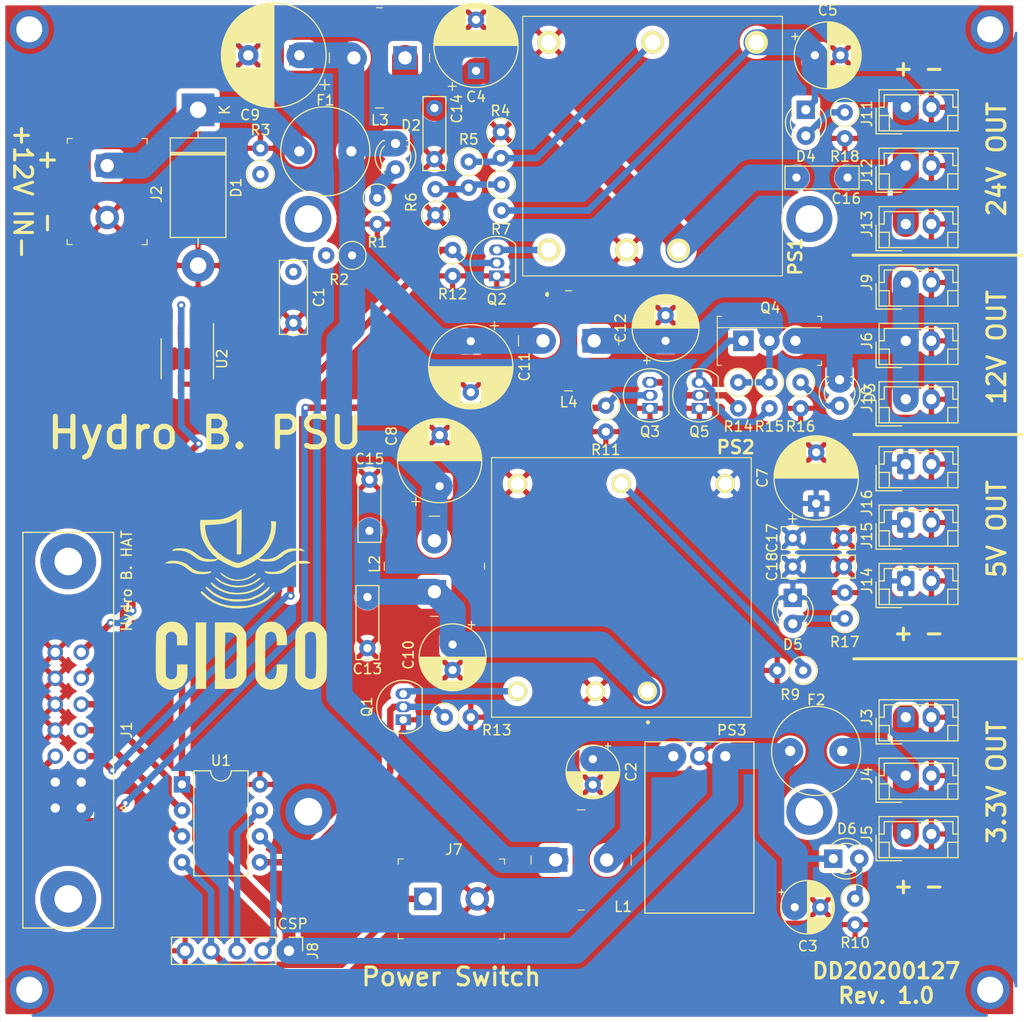
<source format=kicad_pcb>
(kicad_pcb (version 20171130) (host pcbnew "(5.1.5)-3")
  (layers (0 F.Cu signal) (31 B.Cu signal) (34 B.Paste user) (35 F.Paste user) (36 B.SilkS user) (37 F.SilkS user) (38 B.Mask user) (39 F.Mask user) (44 Edge.Cuts user))
  (net 0 "")
  (net 1 "Net-(D1-Pad1)")
  (net 2 GND)
  (net 3 read_sw)
  (net 4 "Net-(C12-Pad1)")
  (net 5 "Net-(Q4-Pad1)")
  (net 6 +12V)
  (net 7 12v_on)
  (net 8 24v_on)
  (net 9 "Net-(PS1-Pad1)")
  (net 10 5v_on)
  (net 11 "Net-(C10-Pad1)")
  (net 12 "Net-(C2-Pad1)")
  (net 13 +3V3)
  (net 14 "Net-(D2-Pad2)")
  (net 15 "Net-(D3-Pad2)")
  (net 16 "Net-(D4-Pad2)")
  (net 17 "Net-(D5-Pad2)")
  (net 18 "Net-(D6-Pad2)")
  (net 19 "Net-(R5-Pad2)")
  (net 20 "Net-(PS1-Pad5)")
  (net 21 SCK)
  (net 22 SDA)
  (net 23 rpi_shutdown)
  (net 24 ICSPCLK)
  (net 25 rpi_pw_ok)
  (net 26 ICSPDAT)
  (net 27 "Net-(C14-Pad1)")
  (net 28 24VOUT)
  (net 29 5VOUT)
  (net 30 12VOUT)
  (net 31 3.3VOUT)
  (net 32 "Net-(PS2-Pad6)")
  (net 33 "Net-(Q3-Pad3)")
  (net 34 "Net-(PS2-Pad4)")
  (module Package_SO:SOIC-8_3.9x4.9mm_P1.27mm (layer F.Cu) (at 38.3166 55.1068 270)
    (fp_text reference U2 (at 0 -3.4 270) (layer F.SilkS))
    (fp_text value MCP3426-xSN)
    (pad 8 smd roundrect (at 2.475 -1.905 270) (size 1.95 0.6) (layers F.Cu F.Paste F.Mask) (net 2 GND))
    (pad 7 smd roundrect (at 2.475 -0.635 270) (size 1.95 0.6) (layers F.Cu F.Paste F.Mask) (net 2 GND))
    (pad 6 smd roundrect (at 2.475 0.635 270) (size 1.95 0.6) (layers F.Cu F.Paste F.Mask) (net 2 GND))
    (pad 5 smd roundrect (at 2.475 1.905 270) (size 1.95 0.6) (layers F.Cu F.Paste F.Mask) (net 21 SCK))
    (pad 4 smd roundrect (at -2.475 1.905 270) (size 1.95 0.6) (layers F.Cu F.Paste F.Mask) (net 22 SDA))
    (pad 3 smd roundrect (at -2.475 0.635 270) (size 1.95 0.6) (layers F.Cu F.Paste F.Mask) (net 13 +3V3))
    (pad 2 smd roundrect (at -2.475 -0.635 270) (size 1.95 0.6) (layers F.Cu F.Paste F.Mask) (net 2 GND))
    (pad 1 smd roundrect (at -2.475 -1.905 270) (size 1.95 0.6) (layers F.Cu F.Paste F.Mask))
  )
  (module Connector_PinHeader_2.54mm:PinHeader_1x05_P2.54mm_Vertical (layer F.Cu) (at 48.26 113.03 270)
    (fp_text reference J8 (at 0 -2.33 90) (layer F.SilkS))
    (fp_text value Conn_01x05)
    (pad 5 thru_hole oval (at 0 10.16 270) (size 1.7 1.7) (drill 1) (layers *.Cu *.Mask) (net 2 GND))
    (pad 4 thru_hole oval (at 0 7.62 270) (size 1.7 1.7) (drill 1) (layers *.Cu *.Mask) (net 3 read_sw))
    (pad 3 thru_hole oval (at 0 5.08 270) (size 1.7 1.7) (drill 1) (layers *.Cu *.Mask) (net 26 ICSPDAT))
    (pad 2 thru_hole oval (at 0 2.54 270) (size 1.7 1.7) (drill 1) (layers *.Cu *.Mask) (net 24 ICSPCLK))
    (pad 1 thru_hole rect (at 0 0 270) (size 1.7 1.7) (drill 1) (layers *.Cu *.Mask) (net 13 +3V3))
  )
  (module Resistor_THT:R_Axial_DIN0207_L6.3mm_D2.5mm_P2.54mm_Vertical (layer F.Cu) (at 68.9864 32.9184 270)
    (fp_text reference R4 (at -2.0828 0.0508 180) (layer F.SilkS))
    (fp_text value XX)
    (pad 2 thru_hole oval (at 2.54 0 270) (size 1.6 1.6) (drill 0.8) (layers *.Cu *.Mask) (net 20 "Net-(PS1-Pad5)"))
    (pad 1 thru_hole circle (at 0 0 270) (size 1.6 1.6) (drill 0.8) (layers *.Cu *.Mask) (net 2 GND))
  )
  (module SKMW30G-12:SKMW30G12 (layer F.Cu) (at 83.312 87.63)
    (fp_text reference PS2 (at 8.636 -23.876) (layer F.SilkS) (effects (font (size 1.27 1.27) (thickness 0.254))))
    (fp_text value SKMW30F-05 hide)
    (pad 6 thru_hole circle (at -12.7 0 90) (size 1.9 1.9) (drill 1.3) (layers *.Cu *.Mask F.SilkS) (net 32 "Net-(PS2-Pad6)"))
    (pad 5 thru_hole circle (at -12.7 -20.32 90) (size 1.9 1.9) (drill 1.3) (layers *.Cu *.Mask F.SilkS) (net 2 GND))
    (pad 4 thru_hole circle (at -2.54 -20.32 90) (size 1.9 1.9) (drill 1.3) (layers *.Cu *.Mask F.SilkS) (net 34 "Net-(PS2-Pad4)"))
    (pad 3 thru_hole circle (at 7.62 -20.32 90) (size 1.9 1.9) (drill 1.3) (layers *.Cu *.Mask F.SilkS) (net 29 5VOUT))
    (pad 2 thru_hole circle (at -5.08 0 90) (size 1.9 1.9) (drill 1.3) (layers *.Cu *.Mask F.SilkS) (net 2 GND))
    (pad 1 thru_hole circle (at 0 0 90) (size 1.9 1.9) (drill 1.3) (layers *.Cu *.Mask F.SilkS) (net 11 "Net-(C10-Pad1)"))
  )
  (module Resistor_THT:R_Axial_DIN0207_L6.3mm_D2.5mm_P2.54mm_Vertical (layer F.Cu) (at 102.616 30.988 270)
    (fp_text reference R18 (at 4.318 0 180) (layer F.SilkS))
    (fp_text value 3.9k)
    (pad 2 thru_hole oval (at 2.54 0 270) (size 1.6 1.6) (drill 0.8) (layers *.Cu *.Mask) (net 2 GND))
    (pad 1 thru_hole circle (at 0 0 270) (size 1.6 1.6) (drill 0.8) (layers *.Cu *.Mask) (net 16 "Net-(D4-Pad2)"))
  )
  (module Resistor_THT:R_Axial_DIN0207_L6.3mm_D2.5mm_P2.54mm_Vertical (layer F.Cu) (at 102.616 80.518 90)
    (fp_text reference R17 (at -2.286 0 180) (layer F.SilkS))
    (fp_text value 560)
    (pad 2 thru_hole oval (at 2.54 0 90) (size 1.6 1.6) (drill 0.8) (layers *.Cu *.Mask) (net 2 GND))
    (pad 1 thru_hole circle (at 0 0 90) (size 1.6 1.6) (drill 0.8) (layers *.Cu *.Mask) (net 17 "Net-(D5-Pad2)"))
  )
  (module Resistor_THT:R_Axial_DIN0207_L6.3mm_D2.5mm_P2.54mm_Vertical (layer F.Cu) (at 98.298 57.404 270)
    (fp_text reference R16 (at 4.318 0 180) (layer F.SilkS))
    (fp_text value 2k)
    (pad 2 thru_hole oval (at 2.54 0 270) (size 1.6 1.6) (drill 0.8) (layers *.Cu *.Mask) (net 2 GND))
    (pad 1 thru_hole circle (at 0 0 270) (size 1.6 1.6) (drill 0.8) (layers *.Cu *.Mask) (net 15 "Net-(D3-Pad2)"))
  )
  (module Resistor_THT:R_Axial_DIN0207_L6.3mm_D2.5mm_P2.54mm_Vertical (layer F.Cu) (at 95.25 57.404 270)
    (fp_text reference R15 (at 4.318 0 180) (layer F.SilkS))
    (fp_text value 10k)
    (pad 2 thru_hole oval (at 2.54 0 270) (size 1.6 1.6) (drill 0.8) (layers *.Cu *.Mask) (net 5 "Net-(Q4-Pad1)"))
    (pad 1 thru_hole circle (at 0 0 270) (size 1.6 1.6) (drill 0.8) (layers *.Cu *.Mask) (net 4 "Net-(C12-Pad1)"))
  )
  (module Resistor_THT:R_Axial_DIN0207_L6.3mm_D2.5mm_P2.54mm_Vertical (layer F.Cu) (at 92.202 57.404 270)
    (fp_text reference R14 (at 4.318 0 180) (layer F.SilkS))
    (fp_text value 10k)
    (pad 2 thru_hole oval (at 2.54 0 270) (size 1.6 1.6) (drill 0.8) (layers *.Cu *.Mask) (net 33 "Net-(Q3-Pad3)"))
    (pad 1 thru_hole circle (at 0 0 270) (size 1.6 1.6) (drill 0.8) (layers *.Cu *.Mask) (net 4 "Net-(C12-Pad1)"))
  )
  (module Resistor_THT:R_Axial_DIN0207_L6.3mm_D2.5mm_P2.54mm_Vertical (layer F.Cu) (at 63.5 90.17)
    (fp_text reference R13 (at 5.08 1.27) (layer F.SilkS))
    (fp_text value 1k)
    (pad 2 thru_hole oval (at 2.54 0) (size 1.6 1.6) (drill 0.8) (layers *.Cu *.Mask) (net 2 GND))
    (pad 1 thru_hole circle (at 0 0) (size 1.6 1.6) (drill 0.8) (layers *.Cu *.Mask) (net 10 5v_on))
  )
  (module Resistor_THT:R_Axial_DIN0207_L6.3mm_D2.5mm_P2.54mm_Vertical (layer F.Cu) (at 64.262 44.45 270)
    (fp_text reference R12 (at 4.318 0 180) (layer F.SilkS))
    (fp_text value 1k)
    (pad 2 thru_hole oval (at 2.54 0 270) (size 1.6 1.6) (drill 0.8) (layers *.Cu *.Mask) (net 2 GND))
    (pad 1 thru_hole circle (at 0 0 270) (size 1.6 1.6) (drill 0.8) (layers *.Cu *.Mask) (net 8 24v_on))
  )
  (module Resistor_THT:R_Axial_DIN0207_L6.3mm_D2.5mm_P2.54mm_Vertical (layer F.Cu) (at 79.248 59.69 270)
    (fp_text reference R11 (at 4.318 0 180) (layer F.SilkS))
    (fp_text value 1k)
    (pad 2 thru_hole oval (at 2.54 0 270) (size 1.6 1.6) (drill 0.8) (layers *.Cu *.Mask) (net 2 GND))
    (pad 1 thru_hole circle (at 0 0 270) (size 1.6 1.6) (drill 0.8) (layers *.Cu *.Mask) (net 7 12v_on))
  )
  (module Resistor_THT:R_Axial_DIN0207_L6.3mm_D2.5mm_P2.54mm_Vertical (layer F.Cu) (at 103.632 107.9246 270)
    (fp_text reference R10 (at 4.318 0 180) (layer F.SilkS))
    (fp_text value 220)
    (pad 2 thru_hole oval (at 2.54 0 270) (size 1.6 1.6) (drill 0.8) (layers *.Cu *.Mask) (net 2 GND))
    (pad 1 thru_hole circle (at 0 0 270) (size 1.6 1.6) (drill 0.8) (layers *.Cu *.Mask) (net 18 "Net-(D6-Pad2)"))
  )
  (module Resistor_THT:R_Axial_DIN0207_L6.3mm_D2.5mm_P2.54mm_Vertical (layer F.Cu) (at 98.552 85.598 180)
    (fp_text reference R9 (at 1.27 -2.37) (layer F.SilkS))
    (fp_text value xx)
    (pad 2 thru_hole oval (at 2.54 0 180) (size 1.6 1.6) (drill 0.8) (layers *.Cu *.Mask) (net 2 GND))
    (pad 1 thru_hole circle (at 0 0 180) (size 1.6 1.6) (drill 0.8) (layers *.Cu *.Mask) (net 34 "Net-(PS2-Pad4)"))
  )
  (module Resistor_THT:R_Axial_DIN0207_L6.3mm_D2.5mm_P2.54mm_Vertical (layer F.Cu) (at 69.0372 38.0492 270)
    (fp_text reference R7 (at 4.3688 0.0508 180) (layer F.SilkS))
    (fp_text value 24.872K)
    (pad 2 thru_hole oval (at 2.54 0 270) (size 1.6 1.6) (drill 0.8) (layers *.Cu *.Mask) (net 28 24VOUT))
    (pad 1 thru_hole circle (at 0 0 270) (size 1.6 1.6) (drill 0.8) (layers *.Cu *.Mask) (net 19 "Net-(R5-Pad2)"))
  )
  (module Resistor_THT:R_Axial_DIN0207_L6.3mm_D2.5mm_P2.54mm_Vertical (layer F.Cu) (at 62.5856 41.0464 90)
    (fp_text reference R6 (at 1.27 -2.37 90) (layer F.SilkS))
    (fp_text value 2.87K)
    (pad 2 thru_hole oval (at 2.54 0 90) (size 1.6 1.6) (drill 0.8) (layers *.Cu *.Mask) (net 19 "Net-(R5-Pad2)"))
    (pad 1 thru_hole circle (at 0 0 90) (size 1.6 1.6) (drill 0.8) (layers *.Cu *.Mask) (net 2 GND))
  )
  (module Resistor_THT:R_Axial_DIN0207_L6.3mm_D2.5mm_P2.54mm_Vertical (layer F.Cu) (at 65.8368 35.814 270)
    (fp_text reference R5 (at -2.1844 0 180) (layer F.SilkS))
    (fp_text value 20K)
    (pad 2 thru_hole oval (at 2.54 0 270) (size 1.6 1.6) (drill 0.8) (layers *.Cu *.Mask) (net 19 "Net-(R5-Pad2)"))
    (pad 1 thru_hole circle (at 0 0 270) (size 1.6 1.6) (drill 0.8) (layers *.Cu *.Mask) (net 20 "Net-(PS1-Pad5)"))
  )
  (module Resistor_THT:R_Axial_DIN0207_L6.3mm_D2.5mm_P2.54mm_Vertical (layer F.Cu) (at 45.466 37.0332 90)
    (fp_text reference R3 (at 4.318 0 180) (layer F.SilkS))
    (fp_text value "1.27k 0.1%")
    (pad 2 thru_hole oval (at 2.54 0 90) (size 1.6 1.6) (drill 0.8) (layers *.Cu *.Mask) (net 2 GND))
    (pad 1 thru_hole circle (at 0 0 90) (size 1.6 1.6) (drill 0.8) (layers *.Cu *.Mask))
  )
  (module Resistor_THT:R_Axial_DIN0207_L6.3mm_D2.5mm_P2.54mm_Vertical (layer F.Cu) (at 54.4322 44.9834 180)
    (fp_text reference R2 (at 1.27 -2.37) (layer F.SilkS))
    (fp_text value "7.87k 0.1%")
    (pad 2 thru_hole oval (at 2.54 0 180) (size 1.6 1.6) (drill 0.8) (layers *.Cu *.Mask))
    (pad 1 thru_hole circle (at 0 0 180) (size 1.6 1.6) (drill 0.8) (layers *.Cu *.Mask) (net 6 +12V))
  )
  (module Resistor_THT:R_Axial_DIN0207_L6.3mm_D2.5mm_P2.54mm_Vertical (layer F.Cu) (at 56.896 39.37 270)
    (fp_text reference R1 (at 4.318 0 180) (layer F.SilkS))
    (fp_text value 10k)
    (pad 2 thru_hole oval (at 2.54 0 270) (size 1.6 1.6) (drill 0.8) (layers *.Cu *.Mask) (net 2 GND))
    (pad 1 thru_hole circle (at 0 0 270) (size 1.6 1.6) (drill 0.8) (layers *.Cu *.Mask) (net 14 "Net-(D2-Pad2)"))
  )
  (module Package_TO_SOT_THT:TO-92_Inline (layer F.Cu) (at 88.392 59.944 90)
    (fp_text reference Q5 (at -2.286 0 180) (layer F.SilkS))
    (fp_text value 2N7000)
    (pad 1 thru_hole rect (at 0 0 90) (size 1.05 1.5) (drill 0.75) (layers *.Cu *.Mask) (net 2 GND))
    (pad 3 thru_hole oval (at 2.54 0 90) (size 1.05 1.5) (drill 0.75) (layers *.Cu *.Mask) (net 5 "Net-(Q4-Pad1)"))
    (pad 2 thru_hole oval (at 1.27 0 90) (size 1.05 1.5) (drill 0.75) (layers *.Cu *.Mask) (net 33 "Net-(Q3-Pad3)"))
  )
  (module Package_TO_SOT_THT:TO-92_Inline (layer F.Cu) (at 83.566 59.944 90)
    (fp_text reference Q3 (at -2.286 0 180) (layer F.SilkS))
    (fp_text value 2N7000)
    (pad 1 thru_hole rect (at 0 0 90) (size 1.05 1.5) (drill 0.75) (layers *.Cu *.Mask) (net 2 GND))
    (pad 3 thru_hole oval (at 2.54 0 90) (size 1.05 1.5) (drill 0.75) (layers *.Cu *.Mask) (net 33 "Net-(Q3-Pad3)"))
    (pad 2 thru_hole oval (at 1.27 0 90) (size 1.05 1.5) (drill 0.75) (layers *.Cu *.Mask) (net 7 12v_on))
  )
  (module Package_TO_SOT_THT:TO-92_Inline (layer F.Cu) (at 68.58 46.99 90)
    (fp_text reference Q2 (at -2.286 0 180) (layer F.SilkS))
    (fp_text value 2N7000)
    (pad 1 thru_hole rect (at 0 0 90) (size 1.05 1.5) (drill 0.75) (layers *.Cu *.Mask) (net 2 GND))
    (pad 3 thru_hole oval (at 2.54 0 90) (size 1.05 1.5) (drill 0.75) (layers *.Cu *.Mask) (net 9 "Net-(PS1-Pad1)"))
    (pad 2 thru_hole oval (at 1.27 0 90) (size 1.05 1.5) (drill 0.75) (layers *.Cu *.Mask) (net 8 24v_on))
  )
  (module Package_TO_SOT_THT:TO-92_Inline (layer F.Cu) (at 59.436 90.424 90)
    (fp_text reference Q1 (at 1.27 -3.56 90) (layer F.SilkS))
    (fp_text value 2N7000)
    (pad 1 thru_hole rect (at 0 0 90) (size 1.05 1.5) (drill 0.75) (layers *.Cu *.Mask) (net 2 GND))
    (pad 3 thru_hole oval (at 2.54 0 90) (size 1.05 1.5) (drill 0.75) (layers *.Cu *.Mask) (net 32 "Net-(PS2-Pad6)"))
    (pad 2 thru_hole oval (at 1.27 0 90) (size 1.05 1.5) (drill 0.75) (layers *.Cu *.Mask) (net 10 5v_on))
  )
  (module Fuse:Fuse_Littelfuse_372_D8.50mm (layer F.Cu) (at 97.282 93.472)
    (fp_text reference F2 (at 2.54 -5) (layer F.SilkS))
    (fp_text value 3413_0328_22)
    (pad 2 thru_hole circle (at 5.08 0) (size 2 2) (drill 1) (layers *.Cu *.Mask) (net 31 3.3VOUT))
    (pad 1 thru_hole circle (at 0 0) (size 2 2) (drill 1) (layers *.Cu *.Mask) (net 13 +3V3))
  )
  (module Fuse:Fuse_Littelfuse_372_D8.50mm (layer F.Cu) (at 49.276 34.798)
    (fp_text reference F1 (at 2.54 -5) (layer F.SilkS))
    (fp_text value 3413_0328_22)
    (pad 2 thru_hole circle (at 5.08 0) (size 2 2) (drill 1) (layers *.Cu *.Mask) (net 6 +12V))
    (pad 1 thru_hole circle (at 0 0) (size 2 2) (drill 1) (layers *.Cu *.Mask) (net 1 "Net-(D1-Pad1)"))
  )
  (module LED_THT:LED_D3.0mm_Clear (layer F.Cu) (at 101.4984 104.013)
    (fp_text reference D6 (at 1.3208 -2.921) (layer F.SilkS))
    (fp_text value LTST-C171KRKT)
    (pad 2 thru_hole circle (at 2.54 0) (size 1.8 1.8) (drill 0.9) (layers *.Cu *.Mask) (net 18 "Net-(D6-Pad2)"))
    (pad 1 thru_hole rect (at 0 0) (size 1.8 1.8) (drill 0.9) (layers *.Cu *.Mask) (net 13 +3V3))
  )
  (module LED_THT:LED_D3.0mm_Clear (layer F.Cu) (at 97.536 78.486 270)
    (fp_text reference D5 (at 4.572 0 180) (layer F.SilkS))
    (fp_text value LTST-C171KRKT)
    (pad 2 thru_hole circle (at 2.54 0 270) (size 1.8 1.8) (drill 0.9) (layers *.Cu *.Mask) (net 17 "Net-(D5-Pad2)"))
    (pad 1 thru_hole rect (at 0 0 270) (size 1.8 1.8) (drill 0.9) (layers *.Cu *.Mask) (net 29 5VOUT))
  )
  (module LED_THT:LED_D3.0mm_Clear (layer F.Cu) (at 98.806 30.734 270)
    (fp_text reference D4 (at 4.572 0 180) (layer F.SilkS))
    (fp_text value LTST-C171KRKT)
    (pad 2 thru_hole circle (at 2.54 0 270) (size 1.8 1.8) (drill 0.9) (layers *.Cu *.Mask) (net 16 "Net-(D4-Pad2)"))
    (pad 1 thru_hole rect (at 0 0 270) (size 1.8 1.8) (drill 0.9) (layers *.Cu *.Mask) (net 28 24VOUT))
  )
  (module LED_THT:LED_D3.0mm_Clear (layer F.Cu) (at 102.108 57.15 270)
    (fp_text reference D3 (at 1.27 -2.96 90) (layer F.SilkS))
    (fp_text value LTST-C171KRKT)
    (pad 2 thru_hole circle (at 2.54 0 270) (size 1.8 1.8) (drill 0.9) (layers *.Cu *.Mask) (net 15 "Net-(D3-Pad2)"))
    (pad 1 thru_hole rect (at 0 0 270) (size 1.8 1.8) (drill 0.9) (layers *.Cu *.Mask) (net 30 12VOUT))
  )
  (module LED_THT:LED_D3.0mm_Clear (layer F.Cu) (at 58.674 34.036 270)
    (fp_text reference D2 (at -1.778 -1.524 180) (layer F.SilkS))
    (fp_text value LTST-C171KRKT)
    (pad 2 thru_hole circle (at 2.54 0 270) (size 1.8 1.8) (drill 0.9) (layers *.Cu *.Mask) (net 14 "Net-(D2-Pad2)"))
    (pad 1 thru_hole rect (at 0 0 270) (size 1.8 1.8) (drill 0.9) (layers *.Cu *.Mask) (net 6 +12V))
  )
  (module Capacitor_THT:C_Rect_L7.0mm_W2.0mm_P5.00mm (layer F.Cu) (at 97.536 75.438)
    (fp_text reference C18 (at -2.032 0 90) (layer F.SilkS))
    (fp_text value 0.1UF)
    (pad 2 thru_hole circle (at 5 0) (size 1.6 1.6) (drill 0.8) (layers *.Cu *.Mask) (net 2 GND))
    (pad 1 thru_hole circle (at 0 0) (size 1.6 1.6) (drill 0.8) (layers *.Cu *.Mask) (net 29 5VOUT))
  )
  (module Capacitor_THT:C_Rect_L7.0mm_W2.0mm_P5.00mm (layer F.Cu) (at 97.536 72.644)
    (fp_text reference C17 (at -2.032 0 90) (layer F.SilkS))
    (fp_text value 10UF)
    (pad 2 thru_hole circle (at 5 0) (size 1.6 1.6) (drill 0.8) (layers *.Cu *.Mask) (net 2 GND))
    (pad 1 thru_hole circle (at 0 0) (size 1.6 1.6) (drill 0.8) (layers *.Cu *.Mask) (net 29 5VOUT))
  )
  (module Capacitor_THT:C_Rect_L7.0mm_W2.0mm_P5.00mm (layer F.Cu) (at 97.8916 37.3634)
    (fp_text reference C16 (at 4.8768 2.0574) (layer F.SilkS))
    (fp_text value "1NF 2KV")
    (pad 2 thru_hole circle (at 5 0) (size 1.6 1.6) (drill 0.8) (layers *.Cu *.Mask) (net 28 24VOUT))
    (pad 1 thru_hole circle (at 0 0) (size 1.6 1.6) (drill 0.8) (layers *.Cu *.Mask) (net 27 "Net-(C14-Pad1)"))
  )
  (module Capacitor_THT:C_Rect_L7.0mm_W2.0mm_P5.00mm (layer F.Cu) (at 56.134 71.9328 90)
    (fp_text reference C15 (at 7.032 0 180) (layer F.SilkS))
    (fp_text value 0.1UF)
    (pad 2 thru_hole circle (at 5 0 90) (size 1.6 1.6) (drill 0.8) (layers *.Cu *.Mask) (net 2 GND))
    (pad 1 thru_hole circle (at 0 0 90) (size 1.6 1.6) (drill 0.8) (layers *.Cu *.Mask) (net 11 "Net-(C10-Pad1)"))
  )
  (module Capacitor_THT:C_Rect_L7.0mm_W2.0mm_P5.00mm (layer F.Cu) (at 62.484 30.56 270)
    (fp_text reference C14 (at 0.0724 -2.1844 90) (layer F.SilkS))
    (fp_text value "4.7UF 50V")
    (pad 2 thru_hole circle (at 5 0 270) (size 1.6 1.6) (drill 0.8) (layers *.Cu *.Mask) (net 2 GND))
    (pad 1 thru_hole circle (at 0 0 270) (size 1.6 1.6) (drill 0.8) (layers *.Cu *.Mask) (net 27 "Net-(C14-Pad1)"))
  )
  (module Capacitor_THT:C_Rect_L7.0mm_W2.0mm_P5.00mm (layer F.Cu) (at 55.9308 78.4136 270)
    (fp_text reference C13 (at 7.032 0 180) (layer F.SilkS))
    (fp_text value 10UF)
    (pad 2 thru_hole circle (at 5 0 270) (size 1.6 1.6) (drill 0.8) (layers *.Cu *.Mask) (net 2 GND))
    (pad 1 thru_hole circle (at 0 0 270) (size 1.6 1.6) (drill 0.8) (layers *.Cu *.Mask) (net 11 "Net-(C10-Pad1)"))
  )
  (module Capacitor_THT:C_Rect_L7.0mm_W2.5mm_P5.00mm (layer F.Cu) (at 48.6918 46.5874 270)
    (fp_text reference C1 (at 2.5 -2.5 90) (layer F.SilkS))
    (fp_text value 0.1u)
    (pad 2 thru_hole circle (at 5 0 270) (size 1.6 1.6) (drill 0.8) (layers *.Cu *.Mask) (net 2 GND))
    (pad 1 thru_hole circle (at 0 0 270) (size 1.6 1.6) (drill 0.8) (layers *.Cu *.Mask))
  )
  (module "cidco:logo cidco" (layer F.Cu) (at 43.815 78.3082)
    (fp_text reference G*** hide)
    (fp_text value LOGO hide)
  )
  (module Connector_JST:JST_EH_B2B-EH-A_1x02_P2.50mm_Vertical (layer F.Cu) (at 108.585 65.405)
    (fp_text reference J16 (at -3.81 3.81 90) (layer F.SilkS))
    (fp_text value Conn_01x02)
    (pad 2 thru_hole oval (at 2.5 0) (size 1.7 2) (drill 1) (layers *.Cu *.Mask) (net 2 GND))
    (pad 1 thru_hole roundrect (at 0 0) (size 1.7 2) (drill 1) (layers *.Cu *.Mask) (roundrect_rratio 0.147059) (net 29 5VOUT))
  )
  (module Connector_JST:JST_EH_B2B-EH-A_1x02_P2.50mm_Vertical (layer F.Cu) (at 108.585 71.12)
    (fp_text reference J15 (at -3.81 1.27 90) (layer F.SilkS))
    (fp_text value Conn_01x02)
    (pad 2 thru_hole oval (at 2.5 0) (size 1.7 2) (drill 1) (layers *.Cu *.Mask) (net 2 GND))
    (pad 1 thru_hole roundrect (at 0 0) (size 1.7 2) (drill 1) (layers *.Cu *.Mask) (roundrect_rratio 0.147059) (net 29 5VOUT))
  )
  (module Connector_JST:JST_EH_B2B-EH-A_1x02_P2.50mm_Vertical (layer F.Cu) (at 108.585 76.835)
    (fp_text reference J14 (at -3.81 0 90) (layer F.SilkS))
    (fp_text value Conn_01x02)
    (pad 2 thru_hole oval (at 2.5 0) (size 1.7 2) (drill 1) (layers *.Cu *.Mask) (net 2 GND))
    (pad 1 thru_hole roundrect (at 0 0) (size 1.7 2) (drill 1) (layers *.Cu *.Mask) (roundrect_rratio 0.147059) (net 29 5VOUT))
  )
  (module Connector_JST:JST_EH_B2B-EH-A_1x02_P2.50mm_Vertical (layer F.Cu) (at 108.585 41.91)
    (fp_text reference J13 (at -3.81 0 90) (layer F.SilkS))
    (fp_text value Conn_01x02)
    (pad 2 thru_hole oval (at 2.5 0) (size 1.7 2) (drill 1) (layers *.Cu *.Mask) (net 2 GND))
    (pad 1 thru_hole roundrect (at 0 0) (size 1.7 2) (drill 1) (layers *.Cu *.Mask) (roundrect_rratio 0.147059) (net 28 24VOUT))
  )
  (module Connector_JST:JST_EH_B2B-EH-A_1x02_P2.50mm_Vertical (layer F.Cu) (at 108.585 36.195)
    (fp_text reference J12 (at -3.81 0.635 90) (layer F.SilkS))
    (fp_text value Conn_01x02)
    (pad 2 thru_hole oval (at 2.5 0) (size 1.7 2) (drill 1) (layers *.Cu *.Mask) (net 2 GND))
    (pad 1 thru_hole roundrect (at 0 0) (size 1.7 2) (drill 1) (layers *.Cu *.Mask) (roundrect_rratio 0.147059) (net 28 24VOUT))
  )
  (module Connector_JST:JST_EH_B2B-EH-A_1x02_P2.50mm_Vertical (layer F.Cu) (at 108.585 30.48)
    (fp_text reference J11 (at -3.81 0.635 90) (layer F.SilkS))
    (fp_text value Conn_01x02)
    (pad 2 thru_hole oval (at 2.5 0) (size 1.7 2) (drill 1) (layers *.Cu *.Mask) (net 2 GND))
    (pad 1 thru_hole roundrect (at 0 0) (size 1.7 2) (drill 1) (layers *.Cu *.Mask) (roundrect_rratio 0.147059) (net 28 24VOUT))
  )
  (module Connector_JST:JST_EH_B2B-EH-A_1x02_P2.50mm_Vertical (layer F.Cu) (at 108.585 59.055)
    (fp_text reference J10 (at -3.81 0 90) (layer F.SilkS))
    (fp_text value Conn_01x02)
    (pad 2 thru_hole oval (at 2.5 0) (size 1.7 2) (drill 1) (layers *.Cu *.Mask) (net 2 GND))
    (pad 1 thru_hole roundrect (at 0 0) (size 1.7 2) (drill 1) (layers *.Cu *.Mask) (roundrect_rratio 0.147059) (net 30 12VOUT))
  )
  (module Connector_JST:JST_EH_B2B-EH-A_1x02_P2.50mm_Vertical (layer F.Cu) (at 108.585 47.625)
    (fp_text reference J9 (at -3.81 0 90) (layer F.SilkS))
    (fp_text value Conn_01x02)
    (pad 2 thru_hole oval (at 2.5 0) (size 1.7 2) (drill 1) (layers *.Cu *.Mask) (net 2 GND))
    (pad 1 thru_hole roundrect (at 0 0) (size 1.7 2) (drill 1) (layers *.Cu *.Mask) (roundrect_rratio 0.147059) (net 30 12VOUT))
  )
  (module Connector_JST:JST_EH_B2B-EH-A_1x02_P2.50mm_Vertical (layer F.Cu) (at 108.585 53.34)
    (fp_text reference J6 (at -3.81 0 90) (layer F.SilkS))
    (fp_text value Conn_01x02)
    (pad 2 thru_hole oval (at 2.5 0) (size 1.7 2) (drill 1) (layers *.Cu *.Mask) (net 2 GND))
    (pad 1 thru_hole roundrect (at 0 0) (size 1.7 2) (drill 1) (layers *.Cu *.Mask) (roundrect_rratio 0.147059) (net 30 12VOUT))
  )
  (module Connector_JST:JST_EH_B2B-EH-A_1x02_P2.50mm_Vertical (layer F.Cu) (at 108.585 101.6)
    (fp_text reference J5 (at -3.81 0 90) (layer F.SilkS))
    (fp_text value Conn_01x02)
    (pad 2 thru_hole oval (at 2.5 0) (size 1.7 2) (drill 1) (layers *.Cu *.Mask) (net 2 GND))
    (pad 1 thru_hole roundrect (at 0 0) (size 1.7 2) (drill 1) (layers *.Cu *.Mask) (roundrect_rratio 0.147059) (net 31 3.3VOUT))
  )
  (module Connector_JST:JST_EH_B2B-EH-A_1x02_P2.50mm_Vertical (layer F.Cu) (at 108.585 95.885)
    (fp_text reference J4 (at -3.81 0 90) (layer F.SilkS))
    (fp_text value Conn_01x02)
    (pad 2 thru_hole oval (at 2.5 0) (size 1.7 2) (drill 1) (layers *.Cu *.Mask) (net 2 GND))
    (pad 1 thru_hole roundrect (at 0 0) (size 1.7 2) (drill 1) (layers *.Cu *.Mask) (roundrect_rratio 0.147059) (net 31 3.3VOUT))
  )
  (module Connector_JST:JST_EH_B2B-EH-A_1x02_P2.50mm_Vertical (layer F.Cu) (at 108.585 90.17)
    (fp_text reference J3 (at -3.81 0 90) (layer F.SilkS))
    (fp_text value Conn_01x02)
    (pad 2 thru_hole oval (at 2.5 0) (size 1.7 2) (drill 1) (layers *.Cu *.Mask) (net 2 GND))
    (pad 1 thru_hole roundrect (at 0 0) (size 1.7 2) (drill 1) (layers *.Cu *.Mask) (roundrect_rratio 0.147059) (net 31 3.3VOUT))
  )
  (module Capacitor_THT:CP_Radial_D6.3mm_P2.50mm (layer F.Cu) (at 85.09 53.34 90)
    (fp_text reference C12 (at 1.25 -4.4 90) (layer F.SilkS))
    (fp_text value "47UF 50V")
    (pad 2 thru_hole circle (at 2.5 0 90) (size 1.6 1.6) (drill 0.8) (layers *.Cu *.Mask) (net 2 GND))
    (pad 1 thru_hole rect (at 0 0 90) (size 1.6 1.6) (drill 0.8) (layers *.Cu *.Mask) (net 4 "Net-(C12-Pad1)"))
  )
  (module Capacitor_THT:CP_Radial_D8.0mm_P5.00mm (layer F.Cu) (at 66.04 53.38 270)
    (fp_text reference C11 (at 2.5 -5.25 90) (layer F.SilkS))
    (fp_text value "100UF 50V")
    (pad 2 thru_hole circle (at 5 0 270) (size 1.6 1.6) (drill 0.8) (layers *.Cu *.Mask) (net 2 GND))
    (pad 1 thru_hole rect (at 0 0 270) (size 1.6 1.6) (drill 0.8) (layers *.Cu *.Mask) (net 6 +12V))
  )
  (module Capacitor_THT:CP_Radial_D6.3mm_P2.50mm (layer F.Cu) (at 64.262 83.058 270)
    (fp_text reference C10 (at 1.016 4.318 90) (layer F.SilkS))
    (fp_text value "47UF 35V")
    (pad 2 thru_hole circle (at 2.5 0 270) (size 1.6 1.6) (drill 0.8) (layers *.Cu *.Mask) (net 2 GND))
    (pad 1 thru_hole rect (at 0 0 270) (size 1.6 1.6) (drill 0.8) (layers *.Cu *.Mask) (net 11 "Net-(C10-Pad1)"))
  )
  (module Capacitor_THT:CP_Radial_D10.0mm_P5.00mm (layer F.Cu) (at 49.276 25.4 180)
    (fp_text reference C9 (at 4.826 -5.842) (layer F.SilkS))
    (fp_text value "330UF 50V")
    (pad 2 thru_hole circle (at 5 0 180) (size 2 2) (drill 1) (layers *.Cu *.Mask) (net 2 GND))
    (pad 1 thru_hole rect (at 0 0 180) (size 2 2) (drill 1) (layers *.Cu *.Mask) (net 6 +12V))
  )
  (module Capacitor_THT:CP_Radial_D8.0mm_P5.00mm (layer F.Cu) (at 62.992 67.564 90)
    (fp_text reference C8 (at 4.9022 -4.699 90) (layer F.SilkS))
    (fp_text value "100UF 35V")
    (pad 2 thru_hole circle (at 5 0 90) (size 1.6 1.6) (drill 0.8) (layers *.Cu *.Mask) (net 2 GND))
    (pad 1 thru_hole rect (at 0 0 90) (size 1.6 1.6) (drill 0.8) (layers *.Cu *.Mask) (net 6 +12V))
  )
  (module Capacitor_THT:CP_Radial_D8.0mm_P5.00mm (layer F.Cu) (at 99.822 69.262 90)
    (fp_text reference C7 (at 2.5 -5.25 90) (layer F.SilkS))
    (fp_text value "330uf 16v")
    (pad 2 thru_hole circle (at 5 0 90) (size 1.6 1.6) (drill 0.8) (layers *.Cu *.Mask) (net 2 GND))
    (pad 1 thru_hole rect (at 0 0 90) (size 1.6 1.6) (drill 0.8) (layers *.Cu *.Mask) (net 29 5VOUT))
  )
  (module Capacitor_THT:CP_Radial_D6.3mm_P2.50mm (layer F.Cu) (at 99.695 25.4)
    (fp_text reference C5 (at 1.25 -4.4) (layer F.SilkS))
    (fp_text value "47UF 50V")
    (pad 2 thru_hole circle (at 2.5 0) (size 1.6 1.6) (drill 0.8) (layers *.Cu *.Mask) (net 2 GND))
    (pad 1 thru_hole rect (at 0 0) (size 1.6 1.6) (drill 0.8) (layers *.Cu *.Mask) (net 28 24VOUT))
  )
  (module Capacitor_THT:CP_Radial_D8.0mm_P5.00mm (layer F.Cu) (at 66.548 26.924 90)
    (fp_text reference C4 (at -2.54 0 180) (layer F.SilkS))
    (fp_text value "100UF 50V")
    (pad 2 thru_hole circle (at 5 0 90) (size 1.6 1.6) (drill 0.8) (layers *.Cu *.Mask) (net 2 GND))
    (pad 1 thru_hole rect (at 0 0 90) (size 1.6 1.6) (drill 0.8) (layers *.Cu *.Mask) (net 27 "Net-(C14-Pad1)"))
  )
  (module Capacitor_THT:CP_Radial_D5.0mm_P2.50mm (layer F.Cu) (at 97.7284 108.7628)
    (fp_text reference C3 (at 1.27 3.81) (layer F.SilkS))
    (fp_text value "10u 10v")
    (pad 2 thru_hole circle (at 2.5 0) (size 1.6 1.6) (drill 0.8) (layers *.Cu *.Mask) (net 2 GND))
    (pad 1 thru_hole rect (at 0 0) (size 1.6 1.6) (drill 0.8) (layers *.Cu *.Mask) (net 13 +3V3))
  )
  (module Capacitor_THT:CP_Radial_D5.0mm_P2.50mm (layer F.Cu) (at 77.978 94.274 270)
    (fp_text reference C2 (at 1.25 -3.75 90) (layer F.SilkS))
    (fp_text value "10u 35v")
    (pad 2 thru_hole circle (at 2.5 0 270) (size 1.6 1.6) (drill 0.8) (layers *.Cu *.Mask) (net 2 GND))
    (pad 1 thru_hole rect (at 0 0 270) (size 1.6 1.6) (drill 0.8) (layers *.Cu *.Mask) (net 12 "Net-(C2-Pad1)"))
  )
  (module Converter_DCDC:Converter_DCDC_muRata_OKI-78SR_Horizontal (layer F.Cu) (at 85.852 93.98)
    (fp_text reference PS3 (at 5.715 -2.54 180) (layer F.SilkS))
    (fp_text value OKI-78SR-3.3_1.5-W36H-C)
    (pad 1 thru_hole rect (at 0 0 180) (size 1.8 1.8) (drill 1) (layers *.Cu *.Mask) (net 12 "Net-(C2-Pad1)"))
    (pad 2 thru_hole circle (at 2.54 0 180) (size 1.8 1.8) (drill 1) (layers *.Cu *.Mask) (net 2 GND))
    (pad 3 thru_hole circle (at 5.08 0 180) (size 1.8 1.8) (drill 1) (layers *.Cu *.Mask) (net 13 +3V3))
  )
  (module digikey-footprints:Inductor_13R106C (layer F.Cu) (at 76.835 104.14)
    (fp_text reference L1 (at 4.104 4.572) (layer F.SilkS))
    (fp_text value 1uh)
    (pad 2 thru_hole circle (at 2.5 0) (size 2.3 2.3) (drill 1.3) (layers *.Cu *.Mask) (net 12 "Net-(C2-Pad1)"))
    (pad 1 thru_hole rect (at -2.5 0) (size 2.3 2.3) (drill 1.3) (layers *.Cu *.Mask) (net 6 +12V))
  )
  (module PDQE15Q24S5D (layer F.Cu) (at 73.66 44.45 90)
    (fp_text reference PS1 (at -0.635 24.13 90) (layer F.SilkS) (effects (font (size 1.27 1.27) (thickness 0.254))))
    (fp_text value PDQE20-Q24-S5-D hide)
    (pad 1 thru_hole circle (at 0 0 180) (size 2.25 2.25) (drill 1.5) (layers *.Cu *.Mask F.SilkS) (net 9 "Net-(PS1-Pad1)"))
    (pad 2 thru_hole circle (at 0 7.62 180) (size 2.25 2.25) (drill 1.5) (layers *.Cu *.Mask F.SilkS) (net 2 GND))
    (pad 3 thru_hole circle (at 0 12.7 180) (size 2.25 2.25) (drill 1.5) (layers *.Cu *.Mask F.SilkS) (net 27 "Net-(C14-Pad1)"))
    (pad 4 thru_hole circle (at 20.32 20.32 180) (size 2.25 2.25) (drill 1.5) (layers *.Cu *.Mask F.SilkS) (net 28 24VOUT))
    (pad 5 thru_hole circle (at 20.32 10.16 180) (size 2.25 2.25) (drill 1.5) (layers *.Cu *.Mask F.SilkS) (net 20 "Net-(PS1-Pad5)"))
    (pad 6 thru_hole circle (at 20.32 0 180) (size 2.25 2.25) (drill 1.5) (layers *.Cu *.Mask F.SilkS) (net 2 GND))
  )
  (module Connector_IDC:IDC-Header_2x07_P2.54mm_Vertical_Lock (layer F.Cu) (at 27.94 99.06 180)
    (fp_text reference J1 (at -4.445 7.62 90) (layer F.SilkS))
    (fp_text value Conn_02x07_Odd_Even)
    (pad "" thru_hole circle (at 1.27 -8.89 90) (size 5.46 5.46) (drill 2.69) (layers *.Cu *.Mask))
    (pad "" thru_hole circle (at 1.27 24.13 90) (size 5.46 5.46) (drill 2.69) (layers *.Cu *.Mask))
    (pad 1 thru_hole rect (at 0 0 90) (size 1.52 1.52) (drill 0.91) (layers *.Cu *.Mask) (net 29 5VOUT))
    (pad 2 thru_hole circle (at 2.54 0 90) (size 1.52 1.52) (drill 0.91) (layers *.Cu *.Mask) (net 29 5VOUT))
    (pad 3 thru_hole circle (at 0 2.54 90) (size 1.52 1.52) (drill 0.91) (layers *.Cu *.Mask) (net 29 5VOUT))
    (pad 4 thru_hole circle (at 2.54 2.54 90) (size 1.52 1.52) (drill 0.91) (layers *.Cu *.Mask) (net 29 5VOUT))
    (pad 5 thru_hole circle (at 0 5.08 90) (size 1.52 1.52) (drill 0.91) (layers *.Cu *.Mask) (net 8 24v_on))
    (pad 6 thru_hole circle (at 2.54 5.08 90) (size 1.52 1.52) (drill 0.91) (layers *.Cu *.Mask) (net 7 12v_on))
    (pad 7 thru_hole circle (at 0 7.62 90) (size 1.52 1.52) (drill 0.91) (layers *.Cu *.Mask) (net 25 rpi_pw_ok))
    (pad 8 thru_hole circle (at 2.54 7.62 90) (size 1.52 1.52) (drill 0.91) (layers *.Cu *.Mask) (net 2 GND))
    (pad 9 thru_hole circle (at 0 10.16 90) (size 1.52 1.52) (drill 0.91) (layers *.Cu *.Mask) (net 23 rpi_shutdown))
    (pad 10 thru_hole circle (at 2.54 10.16 90) (size 1.52 1.52) (drill 0.91) (layers *.Cu *.Mask) (net 2 GND))
    (pad 11 thru_hole circle (at 0 12.7 90) (size 1.52 1.52) (drill 0.91) (layers *.Cu *.Mask) (net 22 SDA))
    (pad 12 thru_hole circle (at 2.54 12.7 90) (size 1.52 1.52) (drill 0.91) (layers *.Cu *.Mask) (net 2 GND))
    (pad 13 thru_hole circle (at 0 15.24 90) (size 1.52 1.52) (drill 0.91) (layers *.Cu *.Mask) (net 21 SCK))
    (pad 14 thru_hole circle (at 2.54 15.24 90) (size 1.52 1.52) (drill 0.91) (layers *.Cu *.Mask) (net 2 GND))
  )
  (module Diode_THT:D_DO-201AD_P15.24mm_Horizontal (layer F.Cu) (at 39.37 30.734 270)
    (fp_text reference D1 (at 7.62 -3.72 270) (layer F.SilkS))
    (fp_text value MBR340)
    (fp_text user K (at 0 -2.6 270) (layer F.SilkS))
    (pad 1 thru_hole rect (at 0 0 270) (size 3.2 3.2) (drill 1.6) (layers *.Cu *.Mask) (net 1 "Net-(D1-Pad1)"))
    (pad 2 thru_hole oval (at 15.24 0 270) (size 3.2 3.2) (drill 1.6) (layers *.Cu *.Mask) (net 2 GND))
  )
  (module Package_DIP:DIP-8_W7.62mm (layer F.Cu) (at 37.7952 96.7486)
    (fp_text reference U1 (at 3.81 -2.33) (layer F.SilkS))
    (fp_text value PIC12F1501-IP)
    (pad 1 thru_hole rect (at 0 0) (size 1.6 1.6) (drill 0.8) (layers *.Cu *.Mask) (net 13 +3V3))
    (pad 5 thru_hole oval (at 7.62 7.62) (size 1.6 1.6) (drill 0.8) (layers *.Cu *.Mask) (net 10 5v_on))
    (pad 2 thru_hole oval (at 0 2.54) (size 1.6 1.6) (drill 0.8) (layers *.Cu *.Mask) (net 23 rpi_shutdown))
    (pad 6 thru_hole oval (at 7.62 5.08) (size 1.6 1.6) (drill 0.8) (layers *.Cu *.Mask) (net 24 ICSPCLK))
    (pad 3 thru_hole oval (at 0 5.08) (size 1.6 1.6) (drill 0.8) (layers *.Cu *.Mask) (net 25 rpi_pw_ok))
    (pad 7 thru_hole oval (at 7.62 2.54) (size 1.6 1.6) (drill 0.8) (layers *.Cu *.Mask) (net 26 ICSPDAT))
    (pad 4 thru_hole oval (at 0 7.62) (size 1.6 1.6) (drill 0.8) (layers *.Cu *.Mask) (net 3 read_sw))
    (pad 8 thru_hole oval (at 7.62 0) (size 1.6 1.6) (drill 0.8) (layers *.Cu *.Mask) (net 2 GND))
  )
  (module digikey-footprints:Inductor_13R106C (layer F.Cu) (at 62.484 75.398 90)
    (fp_text reference L2 (at 0.214 -5.842 270) (layer F.SilkS))
    (fp_text value 13R106C)
    (pad 1 thru_hole rect (at -2.5 0 90) (size 2.3 2.3) (drill 1.3) (layers *.Cu *.Mask) (net 11 "Net-(C10-Pad1)"))
    (pad 2 thru_hole circle (at 2.5 0 90) (size 2.3 2.3) (drill 1.3) (layers *.Cu *.Mask) (net 6 +12V))
  )
  (module digikey-footprints:Inductor_13R106C (layer F.Cu) (at 57.11 25.654 180)
    (fp_text reference L3 (at -0.04 -6.096 180) (layer F.SilkS))
    (fp_text value "2.2UH 4A")
    (pad 2 thru_hole circle (at 2.5 0 180) (size 2.3 2.3) (drill 1.3) (layers *.Cu *.Mask) (net 6 +12V))
    (pad 1 thru_hole rect (at -2.5 0 180) (size 2.3 2.3) (drill 1.3) (layers *.Cu *.Mask) (net 27 "Net-(C14-Pad1)"))
  )
  (module digikey-footprints:Inductor_13R106C (layer F.Cu) (at 75.605 53.34 180)
    (fp_text reference L4 (at 0 -6 180) (layer F.SilkS))
    (fp_text value 1UH)
    (pad 1 thru_hole rect (at -2.5 0 180) (size 2.3 2.3) (drill 1.3) (layers *.Cu *.Mask) (net 4 "Net-(C12-Pad1)"))
    (pad 2 thru_hole circle (at 2.5 0 180) (size 2.3 2.3) (drill 1.3) (layers *.Cu *.Mask) (net 6 +12V))
  )
  (module digikey-footprints:TO-220-3 (layer F.Cu) (at 92.71 53.34)
    (fp_text reference Q4 (at 2.62 -3.22) (layer F.SilkS))
    (fp_text value FQP27P06)
    (pad 1 thru_hole rect (at 0 0) (size 2 2) (drill 1) (layers *.Cu *.Mask) (net 5 "Net-(Q4-Pad1)"))
    (pad 2 thru_hole circle (at 2.54 0) (size 2 2) (drill 1) (layers *.Cu *.Mask) (net 4 "Net-(C12-Pad1)"))
    (pad 3 thru_hole circle (at 5.08 0) (size 2 2) (drill 1) (layers *.Cu *.Mask) (net 30 12VOUT))
  )
  (module digikey-footprints:Term_Block_1x2_P5.08MM (layer F.Cu) (at 61.595 107.95)
    (fp_text reference J7 (at 2.794 -4.826) (layer F.SilkS))
    (fp_text value OSTTC022162)
    (pad 2 thru_hole circle (at 5.08 0) (size 2.3 2.3) (drill 1.3) (layers *.Cu *.Mask) (net 2 GND))
    (pad 1 thru_hole rect (at 0 0) (size 2.2 2.2) (drill 1.3) (layers *.Cu *.Mask) (net 3 read_sw))
  )
  (module digikey-footprints:Term_Block_1x2_P5.08MM (layer F.Cu) (at 30.48 36.195 270)
    (fp_text reference J2 (at 2.794 -4.826 270) (layer F.SilkS))
    (fp_text value OSTTC022162)
    (pad 1 thru_hole rect (at 0 0 270) (size 2.2 2.2) (drill 1.3) (layers *.Cu *.Mask) (net 1 "Net-(D1-Pad1)"))
    (pad 2 thru_hole circle (at 5.08 0 270) (size 2.3 2.3) (drill 1.3) (layers *.Cu *.Mask) (net 2 GND))
  )
  (gr_text "+ -" (at 109.855 106.68) (layer F.SilkS) (effects (font (size 1.5 1.5) (thickness 0.3))))
  (gr_text "+ -" (at 109.855 81.915) (layer F.SilkS) (effects (font (size 1.5 1.5) (thickness 0.3))))
  (gr_text "+ -" (at 109.855 26.67) (layer F.SilkS) (effects (font (size 1.5 1.5) (thickness 0.3))))
  (gr_line (start 103.4288 44.958) (end 119.9388 44.958) (layer F.SilkS) (width 0.3))
  (gr_line (start 103.505 62.5094) (end 120.015 62.5094) (layer F.SilkS) (width 0.3))
  (gr_line (start 103.505 84.455) (end 120.015 84.455) (layer F.SilkS) (width 0.3))
  (gr_text "Hydro B. PSU" (at 40.0558 62.357) (layer F.SilkS) (effects (font (size 3 3) (thickness 0.5))))
  (gr_text "Power Switch" (at 64.135 115.57) (layer F.SilkS) (effects (font (size 1.75 1.75) (thickness 0.3))))
  (gr_text ICSP (at 48.387 110.3884) (layer F.SilkS) (effects (font (size 1 1))))
  (gr_text "Hydro B. HAT" (at 32.385 76.835 90) (layer F.SilkS) (effects (font (size 1 1))))
  (gr_text "+   -" (at 24.765 38.735 270) (layer F.SilkS) (effects (font (size 1.75 1.75) (thickness 0.3))))
  (gr_text "3.3V OUT" (at 117.475 96.52 90) (layer F.SilkS) (effects (font (size 1.75 1.75) (thickness 0.3))))
  (gr_text "5V OUT" (at 117.475 71.755 90) (layer F.SilkS) (effects (font (size 1.75 1.75) (thickness 0.3))))
  (gr_text "12V OUT" (at 117.475 53.975 90) (layer F.SilkS) (effects (font (size 1.75 1.75) (thickness 0.3))))
  (gr_text "24V OUT" (at 117.475 35.56 90) (layer F.SilkS) (effects (font (size 1.75 1.75) (thickness 0.3))))
  (gr_text "+12V IN-" (at 22.225 38.735 270) (layer F.SilkS) (effects (font (size 1.75 1.75) (thickness 0.3))))
  (gr_text "DD20200127\nRev. 1.0" (at 106.68 116.205) (layer F.SilkS) (effects (font (size 1.5 1.5) (thickness 0.3))))
  (gr_line (start 20 20) (end 120 20) (layer Edge.Cuts) (width 0.01))
  (gr_line (start 120 120) (end 20 120) (layer Edge.Cuts) (width 0.01))
  (gr_line (start 120 120) (end 120 20) (layer Edge.Cuts) (width 0.01))
  (gr_line (start 20 20) (end 20 120) (layer Edge.Cuts) (width 0.01))
  (segment (start 33.909 36.195) (end 39.37 30.734) (width 2.54) (layer B.Cu) (net 1))
  (segment (start 30.48 36.195) (end 33.909 36.195) (width 2.54) (layer B.Cu) (net 1))
  (segment (start 45.212 30.734) (end 49.276 34.798) (width 2.54) (layer B.Cu) (net 1))
  (segment (start 39.37 30.734) (end 45.212 30.734) (width 2.54) (layer B.Cu) (net 1))
  (via (at 116.84 22.86) (size 3.81) (drill 2.54) (layers F.Cu B.Cu) (net 2))
  (via (at 22.86 22.86) (size 3.81) (drill 2.54) (layers F.Cu B.Cu) (net 2))
  (via (at 22.86 116.84) (size 3.81) (drill 2.54) (layers F.Cu B.Cu) (net 2))
  (via (at 116.84 116.84) (size 3.81) (drill 2.54) (layers F.Cu B.Cu) (net 2))
  (via (at 50.1518 99.4206) (size 4.5) (drill 2.7) (layers F.Cu B.Cu) (net 2))
  (via (at 99.1518 99.4206) (size 4.5) (drill 2.7) (layers F.Cu B.Cu) (net 0))
  (via (at 50.1518 41.4206) (size 4.5) (drill 2.7) (layers F.Cu B.Cu) (net 0))
  (segment (start 78.105 53.34) (end 85.09 53.34) (width 2.54) (layer B.Cu) (net 4))
  (segment (start 95.25 53.34) (end 95.25 57.404) (width 0.635) (layer B.Cu) (net 4))
  (segment (start 95.25 57.404) (end 92.202 57.404) (width 0.635) (layer B.Cu) (net 4))
  (segment (start 94.886001 50.869999) (end 95.3008 51.284798) (width 2.54) (layer B.Cu) (net 4))
  (segment (start 90.900001 50.869999) (end 94.886001 50.869999) (width 2.54) (layer B.Cu) (net 4))
  (segment (start 95.3008 51.284798) (end 95.3008 51.939961) (width 2.54) (layer B.Cu) (net 4))
  (segment (start 85.09 53.34) (end 88.43 53.34) (width 2.54) (layer B.Cu) (net 4))
  (segment (start 88.43 53.34) (end 90.900001 50.869999) (width 2.54) (layer B.Cu) (net 4))
  (segment (start 95.25 51.335598) (end 95.3008 51.284798) (width 1.27) (layer B.Cu) (net 4))
  (segment (start 95.25 53.34) (end 95.25 51.335598) (width 1.27) (layer B.Cu) (net 4))
  (segment (start 89.659501 58.24217) (end 88.821331 57.404) (width 0.635) (layer B.Cu) (net 5))
  (segment (start 89.659501 59.351403) (end 89.659501 58.24217) (width 0.635) (layer B.Cu) (net 5))
  (segment (start 91.569599 61.261501) (end 89.659501 59.351403) (width 0.635) (layer B.Cu) (net 5))
  (segment (start 93.932499 61.261501) (end 91.569599 61.261501) (width 0.635) (layer B.Cu) (net 5))
  (segment (start 88.821331 57.404) (end 88.392 57.404) (width 0.635) (layer B.Cu) (net 5))
  (segment (start 95.25 59.944) (end 93.932499 61.261501) (width 0.635) (layer B.Cu) (net 5))
  (segment (start 91.296 53.34) (end 92.71 53.34) (width 0.635) (layer B.Cu) (net 5))
  (segment (start 88.392 56.244) (end 91.296 53.34) (width 0.635) (layer B.Cu) (net 5))
  (segment (start 88.392 57.404) (end 88.392 56.244) (width 0.635) (layer B.Cu) (net 5))
  (segment (start 66.08 53.34) (end 66.04 53.38) (width 2.54) (layer B.Cu) (net 6))
  (segment (start 73.105 53.34) (end 66.08 53.34) (width 2.54) (layer B.Cu) (net 6))
  (segment (start 54.356 25.908) (end 54.61 25.654) (width 2.54) (layer B.Cu) (net 6))
  (segment (start 54.356 34.798) (end 54.356 25.908) (width 2.54) (layer B.Cu) (net 6))
  (segment (start 54.356 25.4) (end 54.61 25.654) (width 2.54) (layer B.Cu) (net 6))
  (segment (start 49.276 25.4) (end 54.356 25.4) (width 2.54) (layer B.Cu) (net 6))
  (segment (start 55.118 34.036) (end 58.674 34.036) (width 2.54) (layer B.Cu) (net 6))
  (segment (start 54.356 34.798) (end 55.118 34.036) (width 2.54) (layer B.Cu) (net 6))
  (segment (start 54.356 36.212213) (end 54.356 34.798) (width 2.54) (layer B.Cu) (net 6))
  (segment (start 62.484 68.072) (end 62.992 67.564) (width 2.54) (layer B.Cu) (net 6))
  (segment (start 62.484 72.898) (end 62.484 68.072) (width 2.54) (layer B.Cu) (net 6))
  (segment (start 58.8264 63.3984) (end 53.1368 63.3984) (width 2.54) (layer B.Cu) (net 6))
  (segment (start 62.992 67.564) (end 58.8264 63.3984) (width 2.54) (layer B.Cu) (net 6))
  (segment (start 53.1368 63.3984) (end 53.19079 53.343612) (width 2.54) (layer B.Cu) (net 6))
  (segment (start 69.230998 104.14) (end 74.335 104.14) (width 2.54) (layer B.Cu) (net 6))
  (segment (start 53.19079 88.099792) (end 69.230998 104.14) (width 2.54) (layer B.Cu) (net 6))
  (segment (start 53.1368 63.3984) (end 53.19079 88.099792) (width 2.54) (layer B.Cu) (net 6))
  (segment (start 80.264 58.674) (end 79.248 59.69) (width 0.635) (layer B.Cu) (net 7))
  (segment (start 83.566 58.674) (end 80.264 58.674) (width 0.635) (layer B.Cu) (net 7))
  (via (at 32.258 98.5774) (size 0.8) (drill 0.4) (layers F.Cu B.Cu) (net 7))
  (segment (start 24.122499 95.257501) (end 24.122499 99.673201) (width 0.635) (layer F.Cu) (net 7))
  (segment (start 25.4 93.98) (end 24.122499 95.257501) (width 0.635) (layer F.Cu) (net 7))
  (segment (start 24.122499 99.673201) (end 24.786799 100.337501) (width 0.635) (layer F.Cu) (net 7))
  (segment (start 30.497899 100.337501) (end 32.258 98.5774) (width 0.635) (layer F.Cu) (net 7))
  (segment (start 24.786799 100.337501) (end 30.497899 100.337501) (width 0.635) (layer F.Cu) (net 7))
  (segment (start 32.258 98.5774) (end 49.784 81.0514) (width 0.635) (layer B.Cu) (net 7))
  (segment (start 49.784 81.0514) (end 49.784 59.9948) (width 0.635) (layer B.Cu) (net 7))
  (via (at 49.8856 59.8932) (size 0.8) (drill 0.4) (layers F.Cu B.Cu) (net 7))
  (segment (start 49.784 59.9948) (end 49.8856 59.8932) (width 0.635) (layer B.Cu) (net 7))
  (segment (start 79.0448 59.8932) (end 79.248 59.69) (width 0.635) (layer F.Cu) (net 7))
  (segment (start 49.8856 59.8932) (end 79.0448 59.8932) (width 0.635) (layer F.Cu) (net 7))
  (segment (start 65.532 45.72) (end 64.262 44.45) (width 0.635) (layer B.Cu) (net 8))
  (segment (start 68.58 45.72) (end 65.532 45.72) (width 0.635) (layer B.Cu) (net 8))
  (segment (start 27.94 93.98) (end 29.591 93.98) (width 0.635) (layer F.Cu) (net 8))
  (via (at 30.988 95.377) (size 0.8) (drill 0.4) (layers F.Cu B.Cu) (net 8))
  (segment (start 29.591 93.98) (end 30.988 95.377) (width 0.635) (layer F.Cu) (net 8))
  (via (at 48.4124 78.2828) (size 0.8) (drill 0.4) (layers F.Cu B.Cu) (net 8))
  (segment (start 30.988 95.377) (end 48.0822 78.2828) (width 0.635) (layer B.Cu) (net 8))
  (segment (start 48.0822 78.2828) (end 48.4124 78.2828) (width 0.635) (layer B.Cu) (net 8))
  (segment (start 63.13063 44.45) (end 64.262 44.45) (width 0.635) (layer F.Cu) (net 8))
  (segment (start 48.4124 59.16823) (end 63.13063 44.45) (width 0.635) (layer F.Cu) (net 8))
  (segment (start 48.4124 78.2828) (end 48.4124 59.16823) (width 0.635) (layer F.Cu) (net 8))
  (segment (start 68.58 44.45) (end 73.66 44.45) (width 0.635) (layer B.Cu) (net 9))
  (segment (start 62.484 89.154) (end 63.5 90.17) (width 0.635) (layer B.Cu) (net 10))
  (segment (start 59.436 89.154) (end 62.484 89.154) (width 0.635) (layer B.Cu) (net 10))
  (segment (start 78.74 83.058) (end 64.262 83.058) (width 2.54) (layer B.Cu) (net 11))
  (segment (start 83.312 87.63) (end 78.74 83.058) (width 2.54) (layer B.Cu) (net 11))
  (segment (start 64.262 79.676) (end 62.484 77.898) (width 2.54) (layer B.Cu) (net 11))
  (segment (start 64.262 83.058) (end 64.262 79.676) (width 2.54) (layer B.Cu) (net 11))
  (segment (start 56.4464 77.898) (end 55.9308 78.4136) (width 2.54) (layer B.Cu) (net 11))
  (segment (start 62.484 77.898) (end 56.4464 77.898) (width 2.54) (layer B.Cu) (net 11))
  (segment (start 55.9308 72.136) (end 56.134 71.9328) (width 2.54) (layer B.Cu) (net 11))
  (segment (start 55.9308 78.4136) (end 55.9308 72.136) (width 2.54) (layer B.Cu) (net 11))
  (segment (start 85.558 94.274) (end 85.852 93.98) (width 2.54) (layer B.Cu) (net 12))
  (segment (start 79.335 104.14) (end 81.915 101.56) (width 2.54) (layer B.Cu) (net 12))
  (segment (start 81.915 94.274) (end 85.558 94.274) (width 2.54) (layer B.Cu) (net 12))
  (segment (start 81.915 101.56) (end 81.915 94.274) (width 2.54) (layer B.Cu) (net 12))
  (segment (start 77.978 94.274) (end 81.915 94.274) (width 2.54) (layer B.Cu) (net 12))
  (segment (start 96.774 93.98) (end 97.282 93.472) (width 2.54) (layer B.Cu) (net 13))
  (segment (start 90.932 93.98) (end 96.774 93.98) (width 2.54) (layer B.Cu) (net 13))
  (segment (start 76.257602 113.03) (end 51.6636 113.03) (width 2.54) (layer B.Cu) (net 13))
  (segment (start 90.932 98.355602) (end 76.257602 113.03) (width 2.54) (layer B.Cu) (net 13))
  (segment (start 51.6636 113.03) (end 48.26 113.03) (width 2.54) (layer B.Cu) (net 13))
  (segment (start 90.932 93.98) (end 90.932 98.355602) (width 2.54) (layer B.Cu) (net 13))
  (via (at 39.4208 63.3984) (size 0.8) (drill 0.4) (layers F.Cu B.Cu) (net 13))
  (segment (start 39.37 63.4492) (end 39.4208 63.3984) (width 0.635) (layer F.Cu) (net 13))
  (via (at 37.719 49.8602) (size 0.8) (drill 0.4) (layers F.Cu B.Cu) (net 13))
  (segment (start 39.4208 63.3984) (end 37.719 61.6966) (width 0.635) (layer B.Cu) (net 13))
  (segment (start 37.719 61.6966) (end 37.719 49.8602) (width 0.635) (layer B.Cu) (net 13))
  (segment (start 37.719 52.5944) (end 37.6816 52.6318) (width 0.635) (layer F.Cu) (net 13))
  (segment (start 37.719 49.8602) (end 37.719 52.5944) (width 0.635) (layer F.Cu) (net 13))
  (segment (start 56.896 38.354) (end 58.674 36.576) (width 1.27) (layer B.Cu) (net 14))
  (segment (start 56.896 39.37) (end 56.896 38.354) (width 1.27) (layer B.Cu) (net 14))
  (segment (start 100.584 59.69) (end 98.298 57.404) (width 0.635) (layer B.Cu) (net 15))
  (segment (start 102.108 59.69) (end 100.584 59.69) (width 0.635) (layer B.Cu) (net 15))
  (segment (start 101.092 30.988) (end 98.806 33.274) (width 0.635) (layer B.Cu) (net 16))
  (segment (start 102.616 30.988) (end 101.092 30.988) (width 0.635) (layer B.Cu) (net 16))
  (segment (start 98.044 80.518) (end 97.536 81.026) (width 0.635) (layer B.Cu) (net 17))
  (segment (start 102.616 80.518) (end 98.044 80.518) (width 0.635) (layer B.Cu) (net 17))
  (segment (start 65.6844 38.5064) (end 65.8368 38.354) (width 0.635) (layer B.Cu) (net 19))
  (segment (start 62.5856 38.5064) (end 65.6844 38.5064) (width 0.635) (layer B.Cu) (net 19))
  (segment (start 66.1416 38.0492) (end 65.8368 38.354) (width 0.635) (layer B.Cu) (net 19))
  (segment (start 69.0372 38.0492) (end 66.1416 38.0492) (width 0.635) (layer B.Cu) (net 19))
  (segment (start 68.6308 35.814) (end 68.9864 35.4584) (width 0.635) (layer B.Cu) (net 20))
  (segment (start 65.8368 35.814) (end 68.6308 35.814) (width 0.635) (layer B.Cu) (net 20))
  (segment (start 72.4916 35.4584) (end 83.82 24.13) (width 0.635) (layer B.Cu) (net 20))
  (segment (start 68.9864 35.4584) (end 72.4916 35.4584) (width 0.635) (layer B.Cu) (net 20))
  (segment (start 51.054 40.894) (end 49.3268 40.894) (width 1.27) (layer B.Cu) (net 0))
  (via (at 99.1518 41.4206) (size 4.5) (drill 2.7) (layers F.Cu B.Cu) (net 0))
  (segment (start 40.64 107.2134) (end 37.7952 104.3686) (width 0.635) (layer B.Cu) (net 3))
  (segment (start 40.64 113.03) (end 40.64 107.2134) (width 0.635) (layer B.Cu) (net 3))
  (segment (start 41.489999 113.879999) (end 40.64 113.03) (width 0.635) (layer F.Cu) (net 3))
  (segment (start 42.007501 114.397501) (end 41.489999 113.879999) (width 0.635) (layer F.Cu) (net 3))
  (segment (start 59.86 107.95) (end 53.412499 114.397501) (width 0.635) (layer F.Cu) (net 3))
  (segment (start 53.412499 114.397501) (end 42.007501 114.397501) (width 0.635) (layer F.Cu) (net 3))
  (segment (start 61.595 107.95) (end 59.86 107.95) (width 0.635) (layer F.Cu) (net 3))
  (segment (start 54.4322 52.102202) (end 54.4322 44.9834) (width 2.54) (layer B.Cu) (net 6))
  (segment (start 53.19079 53.343612) (end 54.4322 52.102202) (width 2.54) (layer B.Cu) (net 6))
  (segment (start 54.4322 36.288413) (end 54.356 36.212213) (width 2.54) (layer B.Cu) (net 6))
  (segment (start 54.4322 44.9834) (end 54.4322 36.288413) (width 2.54) (layer B.Cu) (net 6))
  (segment (start 62.8288 53.38) (end 54.4322 44.9834) (width 2.54) (layer B.Cu) (net 6))
  (segment (start 66.04 53.38) (end 62.8288 53.38) (width 2.54) (layer B.Cu) (net 6))
  (segment (start 58.499498 89.154) (end 59.436 89.154) (width 0.635) (layer F.Cu) (net 10))
  (segment (start 58.168499 89.484999) (end 58.499498 89.154) (width 0.635) (layer F.Cu) (net 10))
  (segment (start 58.168499 95.499803) (end 58.168499 89.484999) (width 0.635) (layer F.Cu) (net 10))
  (segment (start 49.299702 104.3686) (end 58.168499 95.499803) (width 0.635) (layer F.Cu) (net 10))
  (segment (start 45.4152 104.3686) (end 49.299702 104.3686) (width 0.635) (layer F.Cu) (net 10))
  (segment (start 96.282001 94.471999) (end 97.282 93.472) (width 2.54) (layer B.Cu) (net 13))
  (segment (start 95.431799 95.322201) (end 96.282001 94.471999) (width 2.54) (layer B.Cu) (net 13))
  (segment (start 95.431799 101.206201) (end 95.431799 95.322201) (width 2.54) (layer B.Cu) (net 13))
  (segment (start 97.7284 103.502802) (end 95.431799 101.206201) (width 2.54) (layer B.Cu) (net 13))
  (segment (start 97.7284 108.7628) (end 97.7284 103.502802) (width 2.54) (layer B.Cu) (net 13))
  (segment (start 98.238598 104.013) (end 97.7284 103.502802) (width 0.635) (layer B.Cu) (net 13))
  (segment (start 101.4984 104.013) (end 98.238598 104.013) (width 0.635) (layer B.Cu) (net 13))
  (segment (start 39.430201 98.383601) (end 37.7952 96.7486) (width 1.27) (layer F.Cu) (net 13))
  (segment (start 48.26 110.91) (end 39.430201 102.080201) (width 1.27) (layer F.Cu) (net 13))
  (segment (start 39.430201 102.080201) (end 39.430201 98.383601) (width 1.27) (layer F.Cu) (net 13))
  (segment (start 48.26 113.03) (end 48.26 110.91) (width 1.27) (layer F.Cu) (net 13))
  (segment (start 37.7952 65.024) (end 39.4208 63.3984) (width 0.635) (layer F.Cu) (net 13))
  (segment (start 37.7952 96.7486) (end 37.7952 65.024) (width 0.635) (layer F.Cu) (net 13))
  (segment (start 104.0384 107.5182) (end 103.632 107.9246) (width 0.635) (layer B.Cu) (net 18))
  (segment (start 104.0384 104.013) (end 104.0384 107.5182) (width 0.635) (layer B.Cu) (net 18))
  (via (at 30.8356 80.9498) (size 0.8) (drill 0.4) (layers F.Cu B.Cu) (net 21))
  (segment (start 27.94 83.82) (end 27.9654 83.82) (width 0.635) (layer F.Cu) (net 21))
  (segment (start 27.9654 83.82) (end 30.8356 80.9498) (width 0.635) (layer F.Cu) (net 21))
  (via (at 32.9469 79.756) (size 0.8) (drill 0.4) (layers F.Cu B.Cu) (net 21))
  (segment (start 30.8356 80.9498) (end 31.7531 80.9498) (width 0.635) (layer B.Cu) (net 21))
  (segment (start 31.7531 80.9498) (end 32.9469 79.756) (width 0.635) (layer B.Cu) (net 21))
  (segment (start 32.9469 79.756) (end 32.9469 59.3121) (width 0.635) (layer F.Cu) (net 21))
  (segment (start 34.6772 57.5818) (end 36.4116 57.5818) (width 0.635) (layer F.Cu) (net 21))
  (segment (start 32.9469 59.3121) (end 34.6772 57.5818) (width 0.635) (layer F.Cu) (net 21))
  (segment (start 27.94 86.36) (end 32.0294 82.2706) (width 0.635) (layer F.Cu) (net 22))
  (segment (start 32.0294 57.014) (end 36.4116 52.6318) (width 0.635) (layer F.Cu) (net 22))
  (segment (start 32.0294 82.2706) (end 32.0294 57.014) (width 0.635) (layer F.Cu) (net 22))
  (segment (start 27.94 88.9) (end 29.21 88.9) (width 0.635) (layer F.Cu) (net 23))
  (segment (start 36.477699 96.167699) (end 29.21 88.9) (width 0.635) (layer F.Cu) (net 23))
  (segment (start 36.477699 97.971099) (end 36.477699 96.167699) (width 0.635) (layer F.Cu) (net 23))
  (segment (start 37.7952 99.2886) (end 36.477699 97.971099) (width 0.635) (layer F.Cu) (net 23))
  (segment (start 46.215199 102.628599) (end 45.4152 101.8286) (width 0.635) (layer B.Cu) (net 24))
  (segment (start 46.732701 103.146101) (end 46.215199 102.628599) (width 0.635) (layer B.Cu) (net 24))
  (segment (start 46.732701 112.017299) (end 46.732701 103.146101) (width 0.635) (layer B.Cu) (net 24))
  (segment (start 45.72 113.03) (end 46.732701 112.017299) (width 0.635) (layer B.Cu) (net 24))
  (segment (start 27.94 91.44) (end 29.21 91.44) (width 0.635) (layer F.Cu) (net 25))
  (segment (start 35.64269 97.87269) (end 29.21 91.44) (width 0.635) (layer F.Cu) (net 25))
  (segment (start 35.64269 99.67609) (end 35.64269 97.87269) (width 0.635) (layer F.Cu) (net 25))
  (segment (start 37.7952 101.8286) (end 35.64269 99.67609) (width 0.635) (layer F.Cu) (net 25))
  (segment (start 43.18 101.5238) (end 45.4152 99.2886) (width 0.635) (layer B.Cu) (net 26))
  (segment (start 43.18 113.03) (end 43.18 101.5238) (width 0.635) (layer B.Cu) (net 26))
  (segment (start 59.69 25.48) (end 59.61 25.4) (width 1.27) (layer F.Cu) (net 27))
  (segment (start 59.61 27.686) (end 62.484 30.56) (width 2.54) (layer F.Cu) (net 27))
  (segment (start 59.61 25.654) (end 59.61 27.686) (width 2.54) (layer F.Cu) (net 27))
  (segment (start 62.912 30.56) (end 66.548 26.924) (width 2.54) (layer F.Cu) (net 27))
  (segment (start 62.484 30.56) (end 62.912 30.56) (width 2.54) (layer F.Cu) (net 27))
  (segment (start 69.888 26.924) (end 86.36 43.396) (width 2.54) (layer F.Cu) (net 27))
  (segment (start 86.36 43.396) (end 86.36 44.45) (width 2.54) (layer F.Cu) (net 27))
  (segment (start 66.548 26.924) (end 69.888 26.924) (width 2.54) (layer F.Cu) (net 27))
  (segment (start 93.4466 37.3634) (end 86.36 44.45) (width 2.54) (layer B.Cu) (net 27))
  (segment (start 97.8916 37.3634) (end 93.4466 37.3634) (width 2.54) (layer B.Cu) (net 27))
  (segment (start 98.425 24.13) (end 99.695 25.4) (width 2.54) (layer B.Cu) (net 28))
  (segment (start 93.98 24.13) (end 98.425 24.13) (width 2.54) (layer B.Cu) (net 28))
  (segment (start 108.585 30.48) (end 108.585 36.195) (width 2.54) (layer F.Cu) (net 28))
  (segment (start 108.585 36.195) (end 108.585 41.91) (width 2.54) (layer F.Cu) (net 28))
  (segment (start 77.5208 40.5892) (end 93.98 24.13) (width 0.635) (layer B.Cu) (net 28))
  (segment (start 69.0372 40.5892) (end 77.5208 40.5892) (width 0.635) (layer B.Cu) (net 28))
  (segment (start 99.695 29.845) (end 98.806 30.734) (width 0.635) (layer B.Cu) (net 28))
  (segment (start 99.695 25.4) (end 99.695 29.845) (width 0.635) (layer B.Cu) (net 28))
  (segment (start 108.585 29.48) (end 108.585 30.48) (width 2.54) (layer B.Cu) (net 28))
  (segment (start 107.822999 28.717999) (end 108.585 29.48) (width 2.54) (layer B.Cu) (net 28))
  (segment (start 101.526399 28.717999) (end 107.822999 28.717999) (width 2.54) (layer B.Cu) (net 28))
  (segment (start 99.695 26.8866) (end 101.526399 28.717999) (width 2.54) (layer B.Cu) (net 28))
  (segment (start 99.695 25.4) (end 99.695 26.8866) (width 2.54) (layer B.Cu) (net 28))
  (segment (start 107.4166 37.3634) (end 108.585 36.195) (width 2.54) (layer B.Cu) (net 28))
  (segment (start 102.8916 37.3634) (end 107.4166 37.3634) (width 2.54) (layer B.Cu) (net 28))
  (segment (start 27.94 96.52) (end 27.94 99.06) (width 2.54) (layer B.Cu) (net 29))
  (segment (start 27.94 99.06) (end 25.4 99.06) (width 2.54) (layer B.Cu) (net 29))
  (segment (start 25.4 99.06) (end 25.4 96.52) (width 2.54) (layer B.Cu) (net 29))
  (segment (start 25.4 96.52) (end 27.94 96.52) (width 2.54) (layer B.Cu) (net 29))
  (segment (start 108.585 47.625) (end 108.585 53.34) (width 2.54) (layer B.Cu) (net 30))
  (segment (start 108.585 53.34) (end 108.585 59.055) (width 2.54) (layer B.Cu) (net 30))
  (segment (start 101.7888 53.3908) (end 101.7524 53.3908) (width 2.54) (layer B.Cu) (net 30))
  (segment (start 102.108 57.15) (end 102.108 53.71) (width 2.54) (layer B.Cu) (net 30))
  (segment (start 102.108 53.71) (end 101.7888 53.3908) (width 2.54) (layer B.Cu) (net 30))
  (segment (start 97.79 53.34) (end 101.7524 53.3908) (width 2.54) (layer B.Cu) (net 30))
  (segment (start 101.7524 53.3908) (end 108.585 53.34) (width 2.54) (layer B.Cu) (net 30))
  (segment (start 108.585 90.17) (end 108.585 95.885) (width 2.54) (layer F.Cu) (net 31))
  (segment (start 108.585 95.885) (end 108.585 101.6) (width 2.54) (layer F.Cu) (net 31))
  (segment (start 106.172 93.472) (end 108.585 95.885) (width 2.54) (layer B.Cu) (net 31))
  (segment (start 102.362 93.472) (end 106.172 93.472) (width 2.54) (layer B.Cu) (net 31))
  (segment (start 59.69 87.63) (end 59.436 87.884) (width 0.635) (layer B.Cu) (net 32))
  (segment (start 70.612 87.63) (end 59.69 87.63) (width 0.635) (layer B.Cu) (net 32))
  (segment (start 87.007 58.674) (end 88.392 58.674) (width 0.635) (layer F.Cu) (net 33))
  (segment (start 86.221 58.674) (end 87.007 58.674) (width 0.635) (layer F.Cu) (net 33))
  (segment (start 84.951 57.404) (end 86.221 58.674) (width 0.635) (layer F.Cu) (net 33))
  (segment (start 83.566 57.404) (end 84.951 57.404) (width 0.635) (layer F.Cu) (net 33))
  (segment (start 90.932 58.674) (end 92.202 59.944) (width 0.635) (layer F.Cu) (net 33))
  (segment (start 88.392 58.674) (end 90.932 58.674) (width 0.635) (layer F.Cu) (net 33))
  (segment (start 98.552 85.09) (end 98.552 85.598) (width 0.635) (layer B.Cu) (net 34))
  (segment (start 80.772 67.31) (end 98.552 85.09) (width 0.635) (layer B.Cu) (net 34))
  (zone (net 2) (net_name GND) (layer F.Cu) (connect_pads (clearance 0.508)) (min_thickness 0.254) (fill yes (arc_segments 16) (thermal_gap 0.508) (thermal_bridge_width 0.508))
    (polygon (pts (xy 20.042653 20.1676) (xy 119.102653 20.1676) (xy 119.102653 119.2276) (xy 20.042653 119.2276)))
  )
  (zone (net 29) (net_name 5VOUT) (layer B.Cu) (connect_pads (clearance 0.508)) (min_thickness 0.254) (fill yes (arc_segments 32) (thermal_gap 0.508) (thermal_bridge_width 0.508))
    (polygon (pts (xy 119.9642 20.066) (xy 119.8372 119.9896) (xy 20.0152 119.9896) (xy 20.066 19.9898)))
  )
)
</source>
